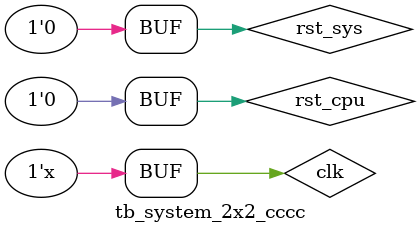
<source format=sv>
`include "timescale.v"

module tb_system_2x2_cccc();

   reg clk;
   reg rst_sys;
   reg rst_cpu;

   system_2x2_cccc_dm
     u_system(/*AUTOINST*/
              // Inputs
              .clk                      (clk),
              .rst_sys                  (rst_sys),
              .rst_cpu                  (rst_cpu));

   initial begin
      clk = 1'b1;
      rst_sys = 1'b1;
      rst_cpu = 1'b1;
      #15;
      rst_sys = 1'b0;
      rst_cpu = 1'b0;      
   end

   always clk = #1.25 ~clk;

   wire [3:0] termination;
   
   /* trace_monitor AUTO_TEMPLATE(
    .enable  (~u_system.u_ct@.u_core0.u_cpu.or1200_cpu.or1200_except.wb_freeze),
    .wb_pc   (u_system.u_ct@.u_core0.u_cpu.or1200_cpu.or1200_except.wb_pc),
    .wb_insn (u_system.u_ct@.u_core0.u_cpu.or1200_cpu.or1200_ctrl.wb_insn),
    .r3      (u_system.u_ct@.u_core0.u_cpu.or1200_cpu.or1200_rf.rf_a.mem[3]),
    .supv    (u_system.u_ct@.u_core0.u_cpu.or1200_cpu.supv),
    .termination (termination[@]),
    .termination_all (termination),
    .if_valid_en ('0),
    .if_valid_pos ('0),
    .ctrl_done_en ('0),
    .ctrl_done_pos ('0),
    ); */
   trace_monitor
     #(.stdout_filename("stdout.0"),.tracefile_filename("trace.0"),.term_cross_num(4))
   u_mon0(/*AUTOINST*/
          // Outputs
          .termination                  (termination[0]),        // Templated
          // Inputs
          .clk                          (clk),
          .enable                       (~u_system.u_ct0.u_core0.u_cpu.or1200_cpu.or1200_except.wb_freeze), // Templated
          .wb_pc                        (u_system.u_ct0.u_core0.u_cpu.or1200_cpu.or1200_except.wb_pc), // Templated
          .wb_insn                      (u_system.u_ct0.u_core0.u_cpu.or1200_cpu.or1200_ctrl.wb_insn), // Templated
          .r3                           (u_system.u_ct0.u_core0.u_cpu.or1200_cpu.or1200_rf.rf_a.mem[3]), // Templated
          .supv                         (u_system.u_ct0.u_core0.u_cpu.or1200_cpu.supv), // Templated
          .if_valid_en                  ('0),                    // Templated
          .if_valid_pos                 ('0),                    // Templated
          .ctrl_done_en                 ('0),                    // Templated
          .ctrl_done_pos                ('0),                    // Templated
          .termination_all              (termination));          // Templated
   
   trace_monitor
     #(.stdout_filename("stdout.1"),.tracefile_filename("trace.1"),.term_cross_num(4))
   u_mon1(/*AUTOINST*/
          // Outputs
          .termination                  (termination[1]),        // Templated
          // Inputs
          .clk                          (clk),
          .enable                       (~u_system.u_ct1.u_core0.u_cpu.or1200_cpu.or1200_except.wb_freeze), // Templated
          .wb_pc                        (u_system.u_ct1.u_core0.u_cpu.or1200_cpu.or1200_except.wb_pc), // Templated
          .wb_insn                      (u_system.u_ct1.u_core0.u_cpu.or1200_cpu.or1200_ctrl.wb_insn), // Templated
          .r3                           (u_system.u_ct1.u_core0.u_cpu.or1200_cpu.or1200_rf.rf_a.mem[3]), // Templated
          .supv                         (u_system.u_ct1.u_core0.u_cpu.or1200_cpu.supv), // Templated
          .if_valid_en                  ('0),                    // Templated
          .if_valid_pos                 ('0),                    // Templated
          .ctrl_done_en                 ('0),                    // Templated
          .ctrl_done_pos                ('0),                    // Templated
          .termination_all              (termination));          // Templated

   trace_monitor
     #(.stdout_filename("stdout.2"),.tracefile_filename("trace.2"),.term_cross_num(4))
   u_mon2(/*AUTOINST*/
          // Outputs
          .termination                  (termination[2]),        // Templated
          // Inputs
          .clk                          (clk),
          .enable                       (~u_system.u_ct2.u_core0.u_cpu.or1200_cpu.or1200_except.wb_freeze), // Templated
          .wb_pc                        (u_system.u_ct2.u_core0.u_cpu.or1200_cpu.or1200_except.wb_pc), // Templated
          .wb_insn                      (u_system.u_ct2.u_core0.u_cpu.or1200_cpu.or1200_ctrl.wb_insn), // Templated
          .r3                           (u_system.u_ct2.u_core0.u_cpu.or1200_cpu.or1200_rf.rf_a.mem[3]), // Templated
          .supv                         (u_system.u_ct2.u_core0.u_cpu.or1200_cpu.supv), // Templated
          .if_valid_en                  ('0),                    // Templated
          .if_valid_pos                 ('0),                    // Templated
          .ctrl_done_en                 ('0),                    // Templated
          .ctrl_done_pos                ('0),                    // Templated
          .termination_all              (termination));          // Templated
   
   trace_monitor
     #(.stdout_filename("stdout.3"),.tracefile_filename("trace.3"),.term_cross_num(4))
   u_mon3(/*AUTOINST*/
          // Outputs
          .termination                  (termination[3]),        // Templated
          // Inputs
          .clk                          (clk),
          .enable                       (~u_system.u_ct3.u_core0.u_cpu.or1200_cpu.or1200_except.wb_freeze), // Templated
          .wb_pc                        (u_system.u_ct3.u_core0.u_cpu.or1200_cpu.or1200_except.wb_pc), // Templated
          .wb_insn                      (u_system.u_ct3.u_core0.u_cpu.or1200_cpu.or1200_ctrl.wb_insn), // Templated
          .r3                           (u_system.u_ct3.u_core0.u_cpu.or1200_cpu.or1200_rf.rf_a.mem[3]), // Templated
          .supv                         (u_system.u_ct3.u_core0.u_cpu.or1200_cpu.supv), // Templated
          .if_valid_en                  ('0),                    // Templated
          .if_valid_pos                 ('0),                    // Templated
          .ctrl_done_en                 ('0),                    // Templated
          .ctrl_done_pos                ('0),                    // Templated
          .termination_all              (termination));          // Templated
   
endmodule // tb_system_2x2_ccmc

// Local Variables:
// verilog-library-directories:("." "../../../../src/rtl/*/verilog")
// verilog-auto-inst-param-value: t
// End:

</source>
